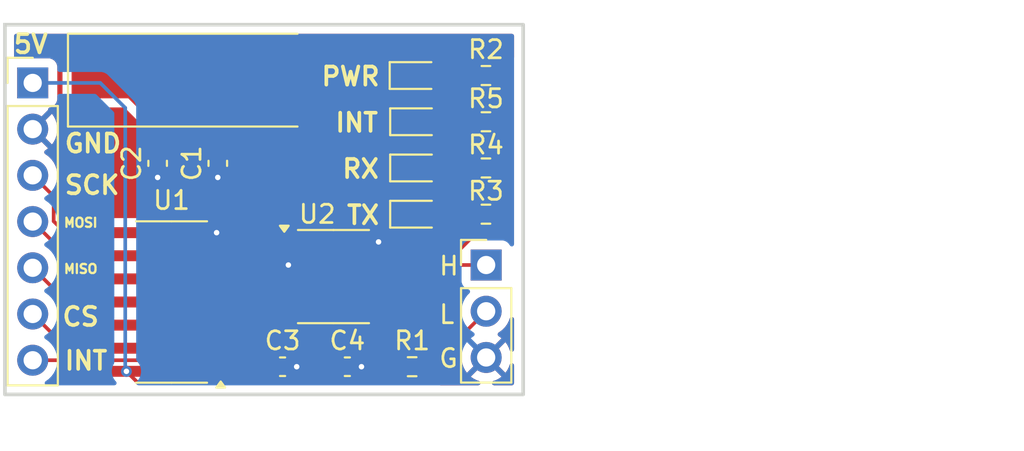
<source format=kicad_pcb>
(kicad_pcb (version 20241229) (generator "pcbnew") (generator_version "9.0")
  (layers (0 "F.Cu" signal) (2 "B.Cu" signal) (13 "F.Paste" user) (15 "B.Paste" user) (5 "F.SilkS" user "F.Silkscreen") (7 "B.SilkS" user "B.Silkscreen") (1 "F.Mask" user) (3 "B.Mask" user) (25 "Edge.Cuts" user))
  (net 0 "")
  (net 1 "GND_POWER")
  (net 2 "/5V")
  (net 3 "/INT")
  (net 4 "Net-(INT1-A)")
  (net 5 "/MOSI")
  (net 6 "/CS")
  (net 7 "/SCK")
  (net 8 "/CANL")
  (net 9 "/CANH")
  (net 10 "Net-(PWR1-A)")
  (net 11 "Net-(TX1-A)")
  (net 12 "Net-(RX1-A)")
  (net 13 "/RX_CAN")
  (net 14 "/TX_CAN")
  (net 15 "Net-(U1-OSC2)")
  (net 16 "/MISO")
  (net 17 "Net-(U1-OSC1)")
  (net 18 "Net-(U2-CANL)")
  (footprint "Capacitor_SMD:C_0603_1608Metric" (layer "F.Cu") (at 129.54 81.28 90)
    (property "Reference" "C1" (at 0 -1.43 90) (layer "F.SilkS"))
    (property "Value" "22pF")
    (fp_line (start -0.14058 -0.51) (end 0.14058 -0.51) (stroke (width 0.12)) (layer "F.SilkS"))
    (fp_line (start -0.14058 0.51) (end 0.14058 0.51) (stroke (width 0.12)) (layer "F.SilkS"))
    (pad "1" smd roundrect (at -0.775 0 90) (size 0.9 0.95) (layers "F.Cu" "F.Mask" "F.Paste") (net 1 "GND_POWER"))
    (pad "2" smd roundrect (at 0.775 0 90) (size 0.9 0.95) (layers "F.Cu" "F.Mask" "F.Paste") (net 15 "Net-(U1-OSC2)"))
  )
  (footprint "Resistor_SMD:R_0603_1608Metric" (layer "F.Cu") (at 140.208 92.456)
    (property "Reference" "R1" (at 0 -1.43 0) (layer "F.SilkS"))
    (property "Value" "120R")
    (fp_line (start -0.237258 -0.5225) (end 0.237258 -0.5225) (stroke (width 0.12)) (layer "F.SilkS"))
    (fp_line (start -0.237258 0.5225) (end 0.237258 0.5225) (stroke (width 0.12)) (layer "F.SilkS"))
    (pad "1" smd roundrect (at -0.825 0) (size 0.8 0.95) (layers "F.Cu" "F.Mask" "F.Paste") (net 18 "Net-(U2-CANL)"))
    (pad "2" smd roundrect (at 0.825 0) (size 0.8 0.95) (layers "F.Cu" "F.Mask" "F.Paste") (net 8 "/CANL"))
  )
  (footprint "Connector_PinHeader_2.54mm:PinHeader_1x07_P2.54mm_Vertical" (layer "F.Cu") (at 119.38 76.86)
    (property "Reference" "J1" (hide yes))
    (property "Value" "Conn_01x07_Pin")
    (fp_line (start -1.38 -1.38) (end 0 -1.38) (stroke (width 0.12)) (layer "F.SilkS"))
    (fp_line (start -1.38 0) (end -1.38 -1.38) (stroke (width 0.12)) (layer "F.SilkS"))
    (fp_line (start -1.38 1.27) (end -1.38 16.62) (stroke (width 0.12)) (layer "F.SilkS"))
    (fp_line (start -1.38 1.27) (end 1.38 1.27) (stroke (width 0.12)) (layer "F.SilkS"))
    (fp_line (start -1.38 16.62) (end 1.38 16.62) (stroke (width 0.12)) (layer "F.SilkS"))
    (fp_line (start 1.38 1.27) (end 1.38 16.62) (stroke (width 0.12)) (layer "F.SilkS"))
    (pad "1" thru_hole rect (at 0 0) (size 1.7 1.7) (drill 1) (layers "*.Cu" "*.Mask") (net 2 "/5V"))
    (pad "2" thru_hole circle (at 0 2.54) (size 1.7 1.7) (drill 1) (layers "*.Cu" "*.Mask") (net 1 "GND_POWER"))
    (pad "3" thru_hole circle (at 0 5.08) (size 1.7 1.7) (drill 1) (layers "*.Cu" "*.Mask") (net 7 "/SCK"))
    (pad "4" thru_hole circle (at 0 7.62) (size 1.7 1.7) (drill 1) (layers "*.Cu" "*.Mask") (net 5 "/MOSI"))
    (pad "5" thru_hole circle (at 0 10.16) (size 1.7 1.7) (drill 1) (layers "*.Cu" "*.Mask") (net 16 "/MISO"))
    (pad "6" thru_hole circle (at 0 12.7) (size 1.7 1.7) (drill 1) (layers "*.Cu" "*.Mask") (net 6 "/CS"))
    (pad "7" thru_hole circle (at 0 15.24) (size 1.7 1.7) (drill 1) (layers "*.Cu" "*.Mask") (net 3 "/INT"))
  )
  (footprint "Resistor_SMD:R_0603_1608Metric" (layer "F.Cu") (at 144.26 78.994)
    (property "Reference" "R5" (at 0 -1.27 0) (layer "F.SilkS"))
    (property "Value" "1k")
    (fp_line (start -0.237258 -0.5225) (end 0.237258 -0.5225) (stroke (width 0.12)) (layer "F.SilkS"))
    (fp_line (start -0.237258 0.5225) (end 0.237258 0.5225) (stroke (width 0.12)) (layer "F.SilkS"))
    (pad "1" smd roundrect (at -0.825 0) (size 0.8 0.95) (layers "F.Cu" "F.Mask" "F.Paste") (net 4 "Net-(INT1-A)"))
    (pad "2" smd roundrect (at 0.825 0) (size 0.8 0.95) (layers "F.Cu" "F.Mask" "F.Paste") (net 2 "/5V"))
  )
  (footprint "LED_SMD:LED_0603_1608Metric" (layer "F.Cu") (at 140.4875 78.994)
    (property "Reference" "INT1" (hide yes))
    (property "Value" "RED")
    (fp_line (start -1.485 -0.735) (end -1.485 0.735) (stroke (width 0.12)) (layer "F.SilkS"))
    (fp_line (start -1.485 0.735) (end 0.8 0.735) (stroke (width 0.12)) (layer "F.SilkS"))
    (fp_line (start 0.8 -0.735) (end -1.485 -0.735) (stroke (width 0.12)) (layer "F.SilkS"))
    (pad "1" smd roundrect (at -0.7875 0) (size 0.875 0.95) (layers "F.Cu" "F.Mask" "F.Paste") (net 3 "/INT"))
    (pad "2" smd roundrect (at 0.7875 0) (size 0.875 0.95) (layers "F.Cu" "F.Mask" "F.Paste") (net 4 "Net-(INT1-A)"))
  )
  (footprint "Resistor_SMD:R_0603_1608Metric" (layer "F.Cu") (at 144.26 76.454)
    (property "Reference" "R2" (at 0 -1.43 0) (layer "F.SilkS"))
    (property "Value" "1k")
    (fp_line (start -0.237258 -0.5225) (end 0.237258 -0.5225) (stroke (width 0.12)) (layer "F.SilkS"))
    (fp_line (start -0.237258 0.5225) (end 0.237258 0.5225) (stroke (width 0.12)) (layer "F.SilkS"))
    (pad "1" smd roundrect (at -0.825 0) (size 0.8 0.95) (layers "F.Cu" "F.Mask" "F.Paste") (net 10 "Net-(PWR1-A)"))
    (pad "2" smd roundrect (at 0.825 0) (size 0.8 0.95) (layers "F.Cu" "F.Mask" "F.Paste") (net 2 "/5V"))
  )
  (footprint "Resistor_SMD:R_0603_1608Metric" (layer "F.Cu") (at 144.26 84.074)
    (property "Reference" "R3" (at 0 -1.27 0) (layer "F.SilkS"))
    (property "Value" "1k")
    (fp_line (start -0.237258 -0.5225) (end 0.237258 -0.5225) (stroke (width 0.12)) (layer "F.SilkS"))
    (fp_line (start -0.237258 0.5225) (end 0.237258 0.5225) (stroke (width 0.12)) (layer "F.SilkS"))
    (pad "1" smd roundrect (at -0.825 0) (size 0.8 0.95) (layers "F.Cu" "F.Mask" "F.Paste") (net 11 "Net-(TX1-A)"))
    (pad "2" smd roundrect (at 0.825 0) (size 0.8 0.95) (layers "F.Cu" "F.Mask" "F.Paste") (net 2 "/5V"))
  )
  (footprint "LED_SMD:LED_0603_1608Metric" (layer "F.Cu") (at 140.4875 84.074)
    (property "Reference" "TX1" (hide yes))
    (property "Value" "RED")
    (fp_line (start -1.485 -0.735) (end -1.485 0.735) (stroke (width 0.12)) (layer "F.SilkS"))
    (fp_line (start -1.485 0.735) (end 0.8 0.735) (stroke (width 0.12)) (layer "F.SilkS"))
    (fp_line (start 0.8 -0.735) (end -1.485 -0.735) (stroke (width 0.12)) (layer "F.SilkS"))
    (pad "1" smd roundrect (at -0.7875 0) (size 0.875 0.95) (layers "F.Cu" "F.Mask" "F.Paste") (net 14 "/TX_CAN"))
    (pad "2" smd roundrect (at 0.7875 0) (size 0.875 0.95) (layers "F.Cu" "F.Mask" "F.Paste") (net 11 "Net-(TX1-A)"))
  )
  (footprint "Crystal:Crystal_SMD_HC49-SD" (layer "F.Cu") (at 128.016 76.708)
    (property "Reference" "X1" (hide yes))
    (property "Value" "20MHz")
    (fp_line (start -6.7 -2.55) (end -6.7 2.55) (stroke (width 0.12)) (layer "F.SilkS"))
    (fp_line (start -6.7 2.55) (end 5.9 2.55) (stroke (width 0.12)) (layer "F.SilkS"))
    (fp_line (start 5.9 -2.55) (end -6.7 -2.55) (stroke (width 0.12)) (layer "F.SilkS"))
    (pad "1" smd rect (at -4.25 0) (size 4.5 2) (layers "F.Cu" "F.Mask" "F.Paste") (net 17 "Net-(U1-OSC1)"))
    (pad "2" smd rect (at 4.25 0) (size 4.5 2) (layers "F.Cu" "F.Mask" "F.Paste") (net 15 "Net-(U1-OSC2)"))
  )
  (footprint "Resistor_SMD:R_0603_1608Metric" (layer "F.Cu") (at 144.26 81.534)
    (property "Reference" "R4" (at 0 -1.27 0) (layer "F.SilkS"))
    (property "Value" "1k")
    (fp_line (start -0.237258 -0.5225) (end 0.237258 -0.5225) (stroke (width 0.12)) (layer "F.SilkS"))
    (fp_line (start -0.237258 0.5225) (end 0.237258 0.5225) (stroke (width 0.12)) (layer "F.SilkS"))
    (pad "1" smd roundrect (at -0.825 0) (size 0.8 0.95) (layers "F.Cu" "F.Mask" "F.Paste") (net 12 "Net-(RX1-A)"))
    (pad "2" smd roundrect (at 0.825 0) (size 0.8 0.95) (layers "F.Cu" "F.Mask" "F.Paste") (net 2 "/5V"))
  )
  (footprint "LED_SMD:LED_0603_1608Metric" (layer "F.Cu") (at 140.462 76.454)
    (property "Reference" "PWR1" (hide yes))
    (property "Value" "GREEN")
    (fp_line (start -1.485 -0.735) (end -1.485 0.735) (stroke (width 0.12)) (layer "F.SilkS"))
    (fp_line (start -1.485 0.735) (end 0.8 0.735) (stroke (width 0.12)) (layer "F.SilkS"))
    (fp_line (start 0.8 -0.735) (end -1.485 -0.735) (stroke (width 0.12)) (layer "F.SilkS"))
    (pad "1" smd roundrect (at -0.7875 0) (size 0.875 0.95) (layers "F.Cu" "F.Mask" "F.Paste") (net 1 "GND_POWER") (thermal_bridge_width 0.3))
    (pad "2" smd roundrect (at 0.7875 0) (size 0.875 0.95) (layers "F.Cu" "F.Mask" "F.Paste") (net 10 "Net-(PWR1-A)"))
  )
  (footprint "Package_SO:SOIC-14_3.9x8.7mm_P1.27mm" (layer "F.Cu") (at 127 88.9 180)
    (property "Reference" "U1" (at 0 5.588 0) (layer "F.SilkS"))
    (property "Value" "MCP2517FD")
    (fp_line (start 0 4.435) (end 1.95 4.435) (stroke (width 0.12)) (layer "F.SilkS"))
    (fp_line (start 0 4.435) (end -1.95 4.435) (stroke (width 0.12)) (layer "F.SilkS"))
    (fp_line (start 0 -4.435) (end 1.95 -4.435) (stroke (width 0.12)) (layer "F.SilkS"))
    (fp_line (start 0 -4.435) (end -1.95 -4.435) (stroke (width 0.12)) (layer "F.SilkS"))
    (fp_poly (pts (xy -2.7 -4.37) (xy -2.94 -4.7) (xy -2.46 -4.7)) (stroke (width 0.12)) (fill yes) (layer "F.SilkS"))
    (pad "1" smd roundrect (at -2.475 -3.81 180) (size 1.95 0.6) (layers "F.Cu" "F.Mask" "F.Paste") (net 14 "/TX_CAN"))
    (pad "2" smd roundrect (at -2.475 -2.54 180) (size 1.95 0.6) (layers "F.Cu" "F.Mask" "F.Paste") (net 13 "/RX_CAN"))
    (pad "3" smd roundrect (at -2.475 -1.27 180) (size 1.95 0.6) (layers "F.Cu" "F.Mask" "F.Paste"))
    (pad "4" smd roundrect (at -2.475 0 180) (size 1.95 0.6) (layers "F.Cu" "F.Mask" "F.Paste") (net 3 "/INT"))
    (pad "5" smd roundrect (at -2.475 1.27 180) (size 1.95 0.6) (layers "F.Cu" "F.Mask" "F.Paste") (net 15 "Net-(U1-OSC2)"))
    (pad "6" smd roundrect (at -2.475 2.54 180) (size 1.95 0.6) (layers "F.Cu" "F.Mask" "F.Paste") (net 17 "Net-(U1-OSC1)"))
    (pad "7" smd roundrect (at -2.475 3.81 180) (size 1.95 0.6) (layers "F.Cu" "F.Mask" "F.Paste") (net 1 "GND_POWER"))
    (pad "8" smd roundrect (at 2.475 3.81 180) (size 1.95 0.6) (layers "F.Cu" "F.Mask" "F.Paste"))
    (pad "9" smd roundrect (at 2.475 2.54 180) (size 1.95 0.6) (layers "F.Cu" "F.Mask" "F.Paste"))
    (pad "10" smd roundrect (at 2.475 1.27 180) (size 1.95 0.6) (layers "F.Cu" "F.Mask" "F.Paste") (net 7 "/SCK"))
    (pad "11" smd roundrect (at 2.475 0 180) (size 1.95 0.6) (layers "F.Cu" "F.Mask" "F.Paste") (net 5 "/MOSI"))
    (pad "12" smd roundrect (at 2.475 -1.27 180) (size 1.95 0.6) (layers "F.Cu" "F.Mask" "F.Paste") (net 16 "/MISO"))
    (pad "13" smd roundrect (at 2.475 -2.54 180) (size 1.95 0.6) (layers "F.Cu" "F.Mask" "F.Paste") (net 6 "/CS"))
    (pad "14" smd roundrect (at 2.475 -3.81 180) (size 1.95 0.6) (layers "F.Cu" "F.Mask" "F.Paste") (net 2 "/5V"))
  )
  (footprint "LED_SMD:LED_0603_1608Metric" (layer "F.Cu") (at 140.4875 81.534)
    (property "Reference" "RX1" (hide yes))
    (property "Value" "RED")
    (fp_line (start -1.485 -0.735) (end -1.485 0.735) (stroke (width 0.12)) (layer "F.SilkS"))
    (fp_line (start -1.485 0.735) (end 0.8 0.735) (stroke (width 0.12)) (layer "F.SilkS"))
    (fp_line (start 0.8 -0.735) (end -1.485 -0.735) (stroke (width 0.12)) (layer "F.SilkS"))
    (pad "1" smd roundrect (at -0.7875 0) (size 0.875 0.95) (layers "F.Cu" "F.Mask" "F.Paste") (net 13 "/RX_CAN"))
    (pad "2" smd roundrect (at 0.7875 0) (size 0.875 0.95) (layers "F.Cu" "F.Mask" "F.Paste") (net 12 "Net-(RX1-A)"))
  )
  (footprint "Capacitor_SMD:C_0603_1608Metric" (layer "F.Cu") (at 133.096 92.456)
    (property "Reference" "C3" (at 0 -1.43 0) (layer "F.SilkS"))
    (property "Value" "100nF")
    (fp_line (start -0.14058 -0.51) (end 0.14058 -0.51) (stroke (width 0.12)) (layer "F.SilkS"))
    (fp_line (start -0.14058 0.51) (end 0.14058 0.51) (stroke (width 0.12)) (layer "F.SilkS"))
    (pad "1" smd roundrect (at -0.775 0) (size 0.9 0.95) (layers "F.Cu" "F.Mask" "F.Paste") (net 2 "/5V"))
    (pad "2" smd roundrect (at 0.775 0) (size 0.9 0.95) (layers "F.Cu" "F.Mask" "F.Paste") (net 1 "GND_POWER"))
  )
  (footprint "Connector_PinHeader_2.54mm:PinHeader_1x03_P2.54mm_Vertical" (layer "F.Cu") (at 144.272 86.868)
    (property "Reference" "J2" (hide yes))
    (property "Value" "SCREW-TERMINAL-2P'5.08'")
    (fp_line (start -1.38 -1.38) (end 0 -1.38) (stroke (width 0.12)) (layer "F.SilkS"))
    (fp_line (start -1.38 0) (end -1.38 -1.38) (stroke (width 0.12)) (layer "F.SilkS"))
    (fp_line (start -1.38 1.27) (end -1.38 6.46) (stroke (width 0.12)) (layer "F.SilkS"))
    (fp_line (start -1.38 1.27) (end 1.38 1.27) (stroke (width 0.12)) (layer "F.SilkS"))
    (fp_line (start -1.38 6.46) (end 1.38 6.46) (stroke (width 0.12)) (layer "F.SilkS"))
    (fp_line (start 1.38 1.27) (end 1.38 6.46) (stroke (width 0.12)) (layer "F.SilkS"))
    (pad "1" thru_hole rect (at 0 0) (size 1.7 1.7) (drill 1) (layers "*.Cu" "*.Mask") (net 9 "/CANH"))
    (pad "2" thru_hole circle (at 0 2.54) (size 1.7 1.7) (drill 1) (layers "*.Cu" "*.Mask") (net 8 "/CANL"))
    (pad "3" thru_hole circle (at 0 5.08) (size 1.7 1.7) (drill 1) (layers "*.Cu" "*.Mask") (net 1 "GND_POWER"))
  )
  (footprint "Capacitor_SMD:C_0603_1608Metric" (layer "F.Cu") (at 136.652 92.456)
    (property "Reference" "C4" (at 0 -1.43 0) (layer "F.SilkS"))
    (property "Value" "100nF")
    (fp_line (start -0.14058 -0.51) (end 0.14058 -0.51) (stroke (width 0.12)) (layer "F.SilkS"))
    (fp_line (start -0.14058 0.51) (end 0.14058 0.51) (stroke (width 0.12)) (layer "F.SilkS"))
    (pad "1" smd roundrect (at -0.775 0) (size 0.9 0.95) (layers "F.Cu" "F.Mask" "F.Paste") (net 2 "/5V"))
    (pad "2" smd roundrect (at 0.775 0) (size 0.9 0.95) (layers "F.Cu" "F.Mask" "F.Paste") (net 1 "GND_POWER"))
  )
  (footprint "Capacitor_SMD:C_0603_1608Metric" (layer "F.Cu") (at 126.238 81.28 90)
    (property "Reference" "C2" (at 0 -1.43 90) (layer "F.SilkS"))
    (property "Value" "22pF")
    (fp_line (start -0.14058 -0.51) (end 0.14058 -0.51) (stroke (width 0.12)) (layer "F.SilkS"))
    (fp_line (start -0.14058 0.51) (end 0.14058 0.51) (stroke (width 0.12)) (layer "F.SilkS"))
    (pad "1" smd roundrect (at -0.775 0 90) (size 0.9 0.95) (layers "F.Cu" "F.Mask" "F.Paste") (net 1 "GND_POWER"))
    (pad "2" smd roundrect (at 0.775 0 90) (size 0.9 0.95) (layers "F.Cu" "F.Mask" "F.Paste") (net 17 "Net-(U1-OSC1)"))
  )
  (footprint "Package_SO:SOIC-8_3.9x4.9mm_P1.27mm" (layer "F.Cu") (at 135.89 87.503)
    (property "Reference" "U2" (at -0.889 -3.429 0) (layer "F.SilkS"))
    (property "Value" "MCP2542")
    (fp_line (start 0 -2.56) (end -1.95 -2.56) (stroke (width 0.12)) (layer "F.SilkS"))
    (fp_line (start 0 -2.56) (end 1.95 -2.56) (stroke (width 0.12)) (layer "F.SilkS"))
    (fp_line (start 0 2.56) (end -1.95 2.56) (stroke (width 0.12)) (layer "F.SilkS"))
    (fp_line (start 0 2.56) (end 1.95 2.56) (stroke (width 0.12)) (layer "F.SilkS"))
    (fp_poly (pts (xy -2.7 -2.465) (xy -2.94 -2.795) (xy -2.46 -2.795)) (stroke (width 0.12)) (fill yes) (layer "F.SilkS"))
    (pad "1" smd roundrect (at -2.475 -1.905) (size 1.95 0.6) (layers "F.Cu" "F.Mask" "F.Paste") (net 14 "/TX_CAN"))
    (pad "2" smd roundrect (at -2.475 -0.635) (size 1.95 0.6) (layers "F.Cu" "F.Mask" "F.Paste") (net 1 "GND_POWER"))
    (pad "3" smd roundrect (at -2.475 0.635) (size 1.95 0.6) (layers "F.Cu" "F.Mask" "F.Paste") (net 2 "/5V"))
    (pad "4" smd roundrect (at -2.475 1.905) (size 1.95 0.6) (layers "F.Cu" "F.Mask" "F.Paste") (net 13 "/RX_CAN"))
    (pad "5" smd roundrect (at 2.475 1.905) (size 1.95 0.6) (layers "F.Cu" "F.Mask" "F.Paste") (net 2 "/5V"))
    (pad "6" smd roundrect (at 2.475 0.635) (size 1.95 0.6) (layers "F.Cu" "F.Mask" "F.Paste") (net 18 "Net-(U2-CANL)"))
    (pad "7" smd roundrect (at 2.475 -0.635) (size 1.95 0.6) (layers "F.Cu" "F.Mask" "F.Paste") (net 9 "/CANH"))
    (pad "8" smd roundrect (at 2.475 -1.905) (size 1.95 0.6) (layers "F.Cu" "F.Mask" "F.Paste") (net 1 "GND_POWER"))
  )
  (gr_rect (start 117.856 73.66) (end 146.304 93.98) (stroke (width 0.2)) (fill no) (layer "Edge.Cuts"))
  (gr_text "TX" (at 136.525 84.709 0) (layer "F.SilkS") (effects (font (size 1 1) (thickness 0.2) (bold yes)) (justify left bottom)))
  (gr_text "PWR\n" (at 135.128 77.089 0) (layer "F.SilkS") (effects (font (size 1 1) (thickness 0.2) (bold yes)) (justify left bottom)))
  (gr_text "SCK\n" (at 121.031 83.058 0) (layer "F.SilkS") (effects (font (size 1 1) (thickness 0.2) (bold yes)) (justify left bottom)))
  (gr_text "CS" (at 120.904 90.297 0) (layer "F.SilkS") (effects (font (size 1 1) (thickness 0.2) (bold yes)) (justify left bottom)))
  (gr_text "5V" (at 118.237 75.311 0) (layer "F.SilkS") (effects (font (size 1 1) (thickness 0.2) (bold yes)) (justify left bottom)))
  (gr_text "L" (at 141.605 90.17 0) (layer "F.SilkS") (effects (font (size 1 1)) (justify left bottom)))
  (gr_text "MISO" (at 121.031 87.376 0) (layer "F.SilkS") (effects (font (size 0.5 0.5) (thickness 0.125) (bold yes)) (justify left bottom)))
  (gr_text "GND" (at 121.031 80.772 0) (layer "F.SilkS") (effects (font (size 1 1) (thickness 0.2) (bold yes)) (justify left bottom)))
  (gr_text "G" (at 141.605 92.583 0) (layer "F.SilkS") (effects (font (size 1 1)) (justify left bottom)))
  (gr_text "INT" (at 135.89 79.629 0) (layer "F.SilkS") (effects (font (size 1 1) (thickness 0.2) (bold yes)) (justify left bottom)))
  (gr_text "INT\n" (at 121.031 92.71 0) (layer "F.SilkS") (effects (font (size 1 1) (thickness 0.2) (bold yes)) (justify left bottom)))
  (gr_text "RX" (at 136.271 82.169 0) (layer "F.SilkS") (effects (font (size 1 1) (thickness 0.2) (bold yes)) (justify left bottom)))
  (gr_text "H" (at 141.605 87.503 0) (layer "F.SilkS") (effects (font (size 1 1)) (justify left bottom)))
  (gr_text "MOSI" (at 121.031 84.836 0) (layer "F.SilkS") (effects (font (size 0.5 0.5) (thickness 0.125) (bold yes)) (justify left bottom)))
  (via (at 126.238 82.055) (size 0.6) (drill 0.3) (layers "F.Cu" "B.Cu") (net 1))
  (via (at 129.475 85.09) (size 0.6) (drill 0.3) (layers "F.Cu" "B.Cu") (net 1))
  (via (at 133.415 86.868) (size 0.6) (drill 0.3) (layers "F.Cu" "B.Cu") (net 1))
  (via (at 133.871 92.456) (size 0.6) (drill 0.3) (layers "F.Cu" "B.Cu") (net 1))
  (via (at 129.54 82.055) (size 0.6) (drill 0.3) (layers "F.Cu" "B.Cu") (net 1))
  (via (at 138.365 85.598) (size 0.6) (drill 0.3) (layers "F.Cu" "B.Cu") (net 1))
  (via (at 137.427 92.456) (size 0.6) (drill 0.3) (layers "F.Cu" "B.Cu") (net 1))
  (segment (start 132.321 92.456) (end 131.432 93.345) (width 0.2) (layer "F.Cu") (net 2))
  (segment (start 125.16 93.345) (end 124.525 92.71) (width 0.2) (layer "F.Cu") (net 2))
  (segment (start 133.761968 88.138) (end 133.415 88.138) (width 0.2) (layer "F.Cu") (net 2))
  (segment (start 134.691 90.086) (end 134.691 89.067032) (width 0.2) (layer "F.Cu") (net 2))
  (segment (start 145.085 84.074) (end 145.085 76.454) (width 0.2) (layer "F.Cu") (net 2))
  (segment (start 132.321 92.456) (end 135.369 89.408) (width 0.2) (layer "F.Cu") (net 2))
  (segment (start 135.369 89.408) (end 138.365 89.408) (width 0.2) (layer "F.Cu") (net 2))
  (segment (start 137.417032 86.199) (end 142.639 86.199) (width 0.2) (layer "F.Cu") (net 2))
  (segment (start 137.089 89.106999) (end 137.089 86.527032) (width 0.2) (layer "F.Cu") (net 2))
  (segment (start 131.432 93.345) (end 125.16 93.345) (width 0.2) (layer "F.Cu") (net 2))
  (segment (start 135.877 91.896) (end 138.365 89.408) (width 0.2) (layer "F.Cu") (net 2))
  (segment (start 132.321 92.456) (end 134.691 90.086) (width 0.2) (layer "F.Cu") (net 2))
  (segment (start 135.877 92.456) (end 135.877 91.896) (width 0.2) (layer "F.Cu") (net 2))
  (segment (start 144.764 84.074) (end 145.085 84.074) (width 0.2) (layer "F.Cu") (net 2))
  (segment (start 137.089 86.527032) (end 137.417032 86.199) (width 0.2) (layer "F.Cu") (net 2))
  (segment (start 137.390001 89.408) (end 137.089 89.106999) (width 0.2) (layer "F.Cu") (net 2))
  (segment (start 138.365 89.408) (end 137.390001 89.408) (width 0.2) (layer "F.Cu") (net 2))
  (segment (start 134.691 89.067032) (end 133.761968 88.138) (width 0.2) (layer "F.Cu") (net 2))
  (segment (start 142.639 86.199) (end 144.764 84.074) (width 0.2) (layer "F.Cu") (net 2))
  (via (at 124.525 92.71) (size 0.6) (drill 0.3) (layers "F.Cu" "B.Cu") (net 2))
  (segment (start 119.38 76.86) (end 123.088 76.86) (width 0.2) (layer "B.Cu") (net 2))
  (segment (start 123.088 76.86) (end 124.46 78.232) (width 0.2) (layer "B.Cu") (net 2))
  (segment (start 124.46 92.645) (end 124.525 92.71) (width 0.2) (layer "B.Cu") (net 2))
  (segment (start 124.46 78.232) (end 124.46 92.645) (width 0.2) (layer "B.Cu") (net 2))
  (segment (start 119.38 92.1) (end 125.481968 92.1) (width 0.2) (layer "F.Cu") (net 3))
  (segment (start 129.475 88.9) (end 130.449999 88.9) (width 0.2) (layer "F.Cu") (net 3))
  (segment (start 138.402032 78.994) (end 139.7 78.994) (width 0.2) (layer "F.Cu") (net 3))
  (segment (start 125.481968 92.1) (end 128.681968 88.9) (width 0.2) (layer "F.Cu") (net 3))
  (segment (start 131.152 86.244032) (end 138.402032 78.994) (width 0.2) (layer "F.Cu") (net 3))
  (segment (start 131.152 88.197999) (end 131.152 86.244032) (width 0.2) (layer "F.Cu") (net 3))
  (segment (start 130.449999 88.9) (end 131.152 88.197999) (width 0.2) (layer "F.Cu") (net 3))
  (segment (start 128.681968 88.9) (end 129.475 88.9) (width 0.2) (layer "F.Cu") (net 3))
  (segment (start 141.275 78.994) (end 143.435 78.994) (width 0.2) (layer "F.Cu") (net 4))
  (segment (start 123.8 88.9) (end 124.525 88.9) (width 0.2) (layer "F.Cu") (net 5))
  (segment (start 119.38 84.48) (end 123.8 88.9) (width 0.2) (layer "F.Cu") (net 5))
  (segment (start 119.38 89.56) (end 121.26 91.44) (width 0.2) (layer "F.Cu") (net 6))
  (segment (start 121.26 91.44) (end 124.525 91.44) (width 0.2) (layer "F.Cu") (net 6))
  (segment (start 120.531 83.091) (end 120.531 84.463) (width 0.2) (layer "F.Cu") (net 7))
  (segment (start 119.38 81.94) (end 120.531 83.091) (width 0.2) (layer "F.Cu") (net 7))
  (segment (start 120.531 84.463) (end 123.698 87.63) (width 0.2) (layer "F.Cu") (net 7))
  (segment (start 123.698 87.63) (end 124.525 87.63) (width 0.2) (layer "F.Cu") (net 7))
  (segment (start 141.224 92.456) (end 144.272 89.408) (width 0.2) (layer "F.Cu") (net 8))
  (segment (start 141.033 92.456) (end 141.224 92.456) (width 0.2) (layer "F.Cu") (net 8))
  (segment (start 138.365 86.868) (end 138.176 86.868) (width 0.2) (layer "F.Cu") (net 9))
  (segment (start 138.365 86.868) (end 144.272 86.868) (width 0.2) (layer "F.Cu") (net 9))
  (segment (start 143.435 76.454) (end 141.2495 76.454) (width 0.2) (layer "F.Cu") (net 10))
  (segment (start 141.275 84.074) (end 143.435 84.074) (width 0.2) (layer "F.Cu") (net 11))
  (segment (start 143.435 81.534) (end 141.275 81.534) (width 0.2) (layer "F.Cu") (net 12))
  (segment (start 139.9931 84.997) (end 136.902968 84.997) (width 0.2) (layer "F.Cu") (net 13))
  (segment (start 140.5365 82.2435) (end 140.5365 84.4536) (width 0.2) (layer "F.Cu") (net 13))
  (segment (start 131.383 91.44) (end 133.415 89.408) (width 0.2) (layer "F.Cu") (net 13))
  (segment (start 132.440001 89.408) (end 133.415 89.408) (width 0.2) (layer "F.Cu") (net 13))
  (segment (start 140.5365 84.4536) (end 139.9931 84.997) (width 0.2) (layer "F.Cu") (net 13))
  (segment (start 134.362968 87.537) (end 132.399032 87.537) (width 0.2) (layer "F.Cu") (net 13))
  (segment (start 132.399032 87.537) (end 132.139 87.797032) (width 0.2) (layer "F.Cu") (net 13))
  (segment (start 132.139 87.797032) (end 132.139 89.106999) (width 0.2) (layer "F.Cu") (net 13))
  (segment (start 136.902968 84.997) (end 134.362968 87.537) (width 0.2) (layer "F.Cu") (net 13))
  (segment (start 139.827 81.534) (end 140.5365 82.2435) (width 0.2) (layer "F.Cu") (net 13))
  (segment (start 132.139 89.106999) (end 132.440001 89.408) (width 0.2) (layer "F.Cu") (net 13))
  (segment (start 129.475 91.44) (end 131.383 91.44) (width 0.2) (layer "F.Cu") (net 13))
  (segment (start 131.737 89.524968) (end 131.737 86.929032) (width 0.2) (layer "F.Cu") (net 14))
  (segment (start 139.573 84.074) (end 134.939 84.074) (width 0.2) (layer "F.Cu") (net 14))
  (segment (start 128.459032 90.771) (end 130.490968 90.771) (width 0.2) (layer "F.Cu") (net 14))
  (segment (start 133.068032 85.598) (end 133.415 85.598) (width 0.2) (layer "F.Cu") (net 14))
  (segment (start 128.500001 92.71) (end 128.199 92.408999) (width 0.2) (layer "F.Cu") (net 14))
  (segment (start 131.737 86.929032) (end 133.068032 85.598) (width 0.2) (layer "F.Cu") (net 14))
  (segment (start 134.939 84.074) (end 133.415 85.598) (width 0.2) (layer "F.Cu") (net 14))
  (segment (start 129.475 92.71) (end 128.500001 92.71) (width 0.2) (layer "F.Cu") (net 14))
  (segment (start 130.490968 90.771) (end 131.737 89.524968) (width 0.2) (layer "F.Cu") (net 14))
  (segment (start 128.199 92.408999) (end 128.199 91.031032) (width 0.2) (layer "F.Cu") (net 14))
  (segment (start 128.199 91.031032) (end 128.459032 90.771) (width 0.2) (layer "F.Cu") (net 14))
  (segment (start 129.54 80.505) (end 129.54 79.434) (width 0.2) (layer "F.Cu") (net 15))
  (segment (start 130.751 86.700968) (end 130.751 81.716) (width 0.2) (layer "F.Cu") (net 15))
  (segment (start 130.751 81.716) (end 129.54 80.505) (width 0.2) (layer "F.Cu") (net 15))
  (segment (start 129.948968 87.503) (end 130.751 86.700968) (width 0.2) (layer "F.Cu") (net 15))
  (segment (start 129.54 79.434) (end 132.266 76.708) (width 0.2) (layer "F.Cu") (net 15))
  (segment (start 129.921 87.503) (end 129.948968 87.503) (width 0.2) (layer "F.Cu") (net 15))
  (segment (start 122.53 90.17) (end 124.525 90.17) (width 0.2) (layer "F.Cu") (net 16))
  (segment (start 119.38 87.02) (end 122.53 90.17) (width 0.2) (layer "F.Cu") (net 16))
  (segment (start 127.014 84.873999) (end 127.014 81.281) (width 0.2) (layer "F.Cu") (net 17))
  (segment (start 127.014 81.281) (end 126.238 80.505) (width 0.2) (layer "F.Cu") (net 17))
  (segment (start 129.475 86.36) (end 128.500001 86.36) (width 0.2) (layer "F.Cu") (net 17))
  (segment (start 126.238 80.505) (end 126.238 79.18) (width 0.2) (layer "F.Cu") (net 17))
  (segment (start 128.500001 86.36) (end 127.014 84.873999) (width 0.2) (layer "F.Cu") (net 17))
  (segment (start 126.238 79.18) (end 123.766 76.708) (width 0.2) (layer "F.Cu") (net 17))
  (segment (start 139.641 89.067032) (end 139.641 92.198) (width 0.2) (layer "F.Cu") (net 18))
  (segment (start 139.641 92.198) (end 139.383 92.456) (width 0.2) (layer "F.Cu") (net 18))
  (segment (start 138.365 88.138) (end 138.711968 88.138) (width 0.2) (layer "F.Cu") (net 18))
  (segment (start 138.711968 88.138) (end 139.641 89.067032) (width 0.2) (layer "F.Cu") (net 18))
  (zone (net 1) (net_name "GND_POWER") (layers "F.Cu" "B.Cu") (connect_pads (clearance 0.5)) (min_thickness 0.25) (fill yes (thermal_gap 0.5) (thermal_bridge_width 0.3))
    (polygon (pts (xy 117.856 73.66) (xy 146.304 73.66) (xy 146.304 93.98) (xy 117.856 93.98)))
  )
)
</source>
